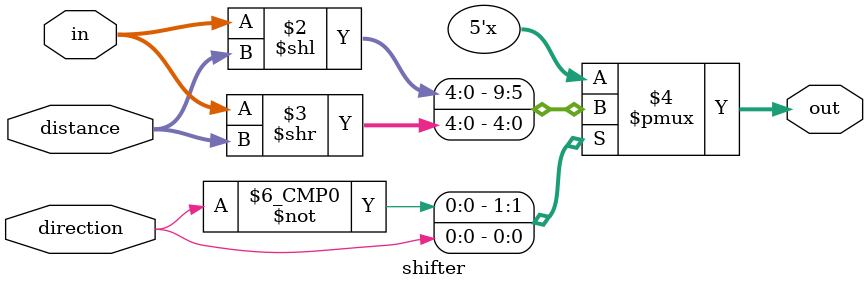
<source format=v>
module shifter (
	input [4:0] in,
	input [2:0] distance,
	input direction,
	output reg [4:0] out
);

always @* begin
	case(direction)
		1'b0: out = in << distance;
		1'b1: out = in >> distance;
	endcase
end

endmodule
</source>
